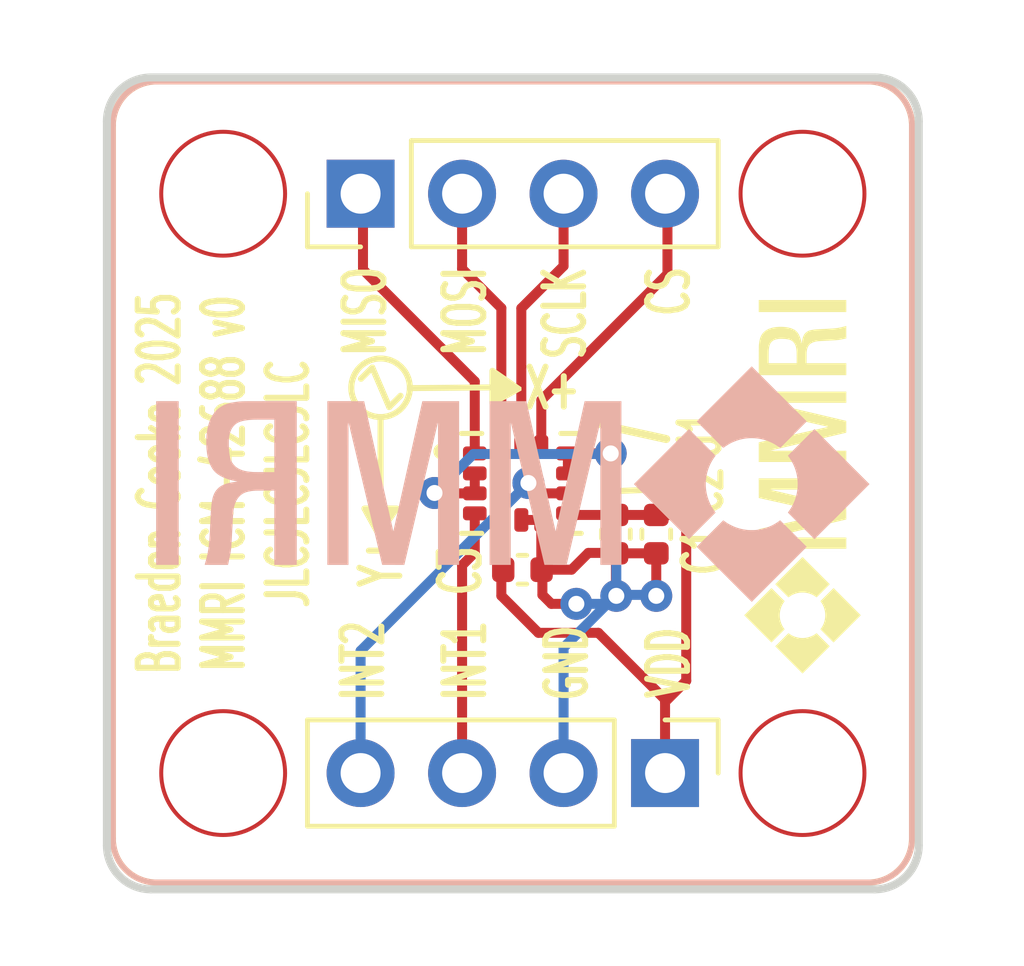
<source format=kicad_pcb>
(kicad_pcb (version 20221018) (generator pcbnew)
  (layers (0 "F.Cu" signal) (31 "B.Cu" signal) (34 "B.Paste" user) (35 "F.Paste" user) (36 "B.SilkS" user "B.Silkscreen") (37 "F.SilkS" user "F.Silkscreen") (38 "B.Mask" user) (39 "F.Mask" user) (44 "Edge.Cuts" user))
  (net 0 "")
  (net 1 "+3.3V")
  (net 2 "GND")
  (net 3 "INT2")
  (net 4 "CS")
  (net 5 "SCLK")
  (net 6 "SDA")
  (net 7 "SDO")
  (net 8 "INT1")
  (footprint "logo:10mm_logo" (layer "F.Cu") (at 167.010347 103.747434 90)
    (fp_text reference "G***")
    (fp_text value "LOGO" hide)
  )
  (footprint "MountingHole:MountingHole_3mm" (layer "F.Cu") (at 167.01 110.91)
    (fp_text reference "H4")
    (fp_text value "MountingHole")
    (pad "" np_thru_hole circle (at 0 0) (size 3 3) (drill 3) (layers "*.Cu" "*.Mask"))
  )
  (footprint "Capacitor_SMD:C_0402_1005Metric" (layer "F.Cu") (at 160 105.82)
    (fp_text reference "C3" (at -1.55 0.03 90) (layer "F.SilkS") (effects (font (size 1 0.6))))
    (fp_text value "10nF")
    (pad "1" smd roundrect (at -0.48 0) (size 0.56 0.62) (layers "F.Cu" "F.Paste" "F.Mask") (net 1 "+3.3V"))
    (pad "2" smd roundrect (at 0.48 0) (size 0.56 0.62) (layers "F.Cu" "F.Paste" "F.Mask") (net 2 "GND"))
  )
  (footprint "MountingHole:MountingHole_3mm" (layer "F.Cu") (at 152.51 110.91)
    (fp_text reference "H3")
    (fp_text value "MountingHole")
    (pad "" np_thru_hole circle (at 0 0) (size 3 3) (drill 3) (layers "*.Cu" "*.Mask"))
  )
  (footprint "MountingHole:MountingHole_3mm" (layer "F.Cu") (at 167.01 96.41)
    (fp_text reference "H2")
    (fp_text value "MountingHole")
    (pad "" np_thru_hole circle (at 0 0) (size 3 3) (drill 3) (layers "*.Cu" "*.Mask"))
  )
  (footprint "Capacitor_SMD:C_0402_1005Metric" (layer "F.Cu") (at 162.34 104.93 -90)
    (fp_text reference "C2" (at -1.08 -2.16 -90) (layer "F.SilkS") (effects (font (size 1 0.6))))
    (fp_text value "2.2uF")
    (pad "1" smd roundrect (at -0.48 0 270) (size 0.56 0.62) (layers "F.Cu" "F.Paste" "F.Mask") (net 1 "+3.3V"))
    (pad "2" smd roundrect (at 0.48 0 270) (size 0.56 0.62) (layers "F.Cu" "F.Paste" "F.Mask") (net 2 "GND"))
  )
  (footprint "Connector_PinHeader_2.54mm:PinHeader_1x04_P2.54mm_Vertical" (layer "F.Cu") (at 155.95 96.41 90)
    (fp_text reference "J2")
    (fp_text value "Conn_01x04_Pin")
    (pad "1" thru_hole rect (at 0 0 90) (size 1.7 1.7) (drill 1) (layers "*.Cu" "*.Mask") (net 7 "SDO"))
    (pad "2" thru_hole oval (at 0 2.54 90) (size 1.7 1.7) (drill 1) (layers "*.Cu" "*.Mask") (net 6 "SDA"))
    (pad "3" thru_hole oval (at 0 5.08 90) (size 1.7 1.7) (drill 1) (layers "*.Cu" "*.Mask") (net 5 "SCLK"))
    (pad "4" thru_hole oval (at 0 7.62 90) (size 1.7 1.7) (drill 1) (layers "*.Cu" "*.Mask") (net 4 "CS"))
  )
  (footprint "Connector_PinHeader_2.54mm:PinHeader_1x04_P2.54mm_Vertical" (layer "F.Cu") (at 163.57 110.91 -90)
    (fp_text reference "J1")
    (fp_text value "Conn_01x04_Pin")
    (pad "1" thru_hole rect (at 0 0 270) (size 1.7 1.7) (drill 1) (layers "*.Cu" "*.Mask") (net 1 "+3.3V"))
    (pad "2" thru_hole oval (at 0 2.54 270) (size 1.7 1.7) (drill 1) (layers "*.Cu" "*.Mask") (net 2 "GND"))
    (pad "3" thru_hole oval (at 0 5.08 270) (size 1.7 1.7) (drill 1) (layers "*.Cu" "*.Mask") (net 8 "INT1"))
    (pad "4" thru_hole oval (at 0 7.62 270) (size 1.7 1.7) (drill 1) (layers "*.Cu" "*.Mask") (net 3 "INT2"))
  )
  (footprint "MountingHole:MountingHole_3mm" (layer "F.Cu") (at 152.51 96.41)
    (fp_text reference "H1")
    (fp_text value "MountingHole")
    (pad "" np_thru_hole circle (at 0 0) (size 3 3) (drill 3) (layers "*.Cu" "*.Mask"))
  )
  (footprint "Capacitor_SMD:C_0402_1005Metric" (layer "F.Cu") (at 163.35 104.93 -90)
    (fp_text reference "C1" (at 0.42 -1.2 90) (layer "F.SilkS") (effects (font (size 1 0.6))))
    (fp_text value ".1uF")
    (pad "1" smd roundrect (at -0.48 0 270) (size 0.56 0.62) (layers "F.Cu" "F.Paste" "F.Mask") (net 1 "+3.3V"))
    (pad "2" smd roundrect (at 0.48 0 270) (size 0.56 0.62) (layers "F.Cu" "F.Paste" "F.Mask") (net 2 "GND"))
  )
  (footprint "ICM-42688-P:PQFN50P300X250X97-14N" (layer "F.Cu") (at 159.9725 103.66)
    (fp_text reference "U1" (at 4.4775 -1.21 90) (layer "F.SilkS") (effects (font (size 1 0.6))))
    (fp_text value "ICM-42688-P")
    (pad "1" smd roundrect (at -1.165 -0.75) (size 0.59 0.35) (layers "F.Cu" "F.Paste") (net 7 "SDO"))
    (pad "2" smd roundrect (at -1.165 -0.25) (size 0.59 0.35) (layers "F.Cu" "F.Paste") (net 2 "GND"))
    (pad "3" smd roundrect (at -1.165 0.25) (size 0.59 0.35) (layers "F.Cu" "F.Paste") (net 2 "GND"))
    (pad "4" smd roundrect (at -1.165 0.75) (size 0.59 0.35) (layers "F.Cu" "F.Paste") (net 8 "INT1"))
    (pad "5" smd roundrect (at -0.5 0.915) (size 0.35 0.59) (layers "F.Cu" "F.Paste") (net 1 "+3.3V"))
    (pad "6" smd roundrect (at 0 0.915) (size 0.35 0.59) (layers "F.Cu" "F.Paste") (net 2 "GND"))
    (pad "7" smd roundrect (at 0.5 0.915) (size 0.35 0.59) (layers "F.Cu" "F.Paste") (net 2 "GND"))
    (pad "8" smd roundrect (at 1.165 0.75) (size 0.59 0.35) (layers "F.Cu" "F.Paste") (net 1 "+3.3V"))
    (pad "9" smd roundrect (at 1.165 0.25) (size 0.59 0.35) (layers "F.Cu" "F.Paste") (net 3 "INT2"))
    (pad "10" smd roundrect (at 1.165 -0.25) (size 0.59 0.35) (layers "F.Cu" "F.Paste") (net 2 "GND"))
    (pad "11" smd roundrect (at 1.165 -0.75) (size 0.59 0.35) (layers "F.Cu" "F.Paste") (net 2 "GND"))
    (pad "12" smd roundrect (at 0.5 -0.915) (size 0.35 0.59) (layers "F.Cu" "F.Paste") (net 4 "CS"))
    (pad "13" smd roundrect (at 0 -0.915) (size 0.35 0.59) (layers "F.Cu" "F.Paste") (net 5 "SCLK"))
    (pad "14" smd roundrect (at -0.5 -0.915) (size 0.35 0.59) (layers "F.Cu" "F.Paste") (net 6 "SDA"))
  )
  (footprint "logo:logo, .75" (layer "B.Cu") (at 159.731793 103.65 180)
    (fp_text reference "G***" hide)
    (fp_text value "LOGO" hide)
  )
  (gr_circle (center 152.51 110.91) (end 154.01 110.91) (stroke (width 0.2)) (fill none) (layer "F.Cu"))
  (gr_circle (center 152.51 96.41) (end 154.01 96.41) (stroke (width 0.2)) (fill none) (layer "F.Cu"))
  (gr_circle (center 167.01 110.91) (end 168.51 110.91) (stroke (width 0.2)) (fill none) (layer "F.Cu"))
  (gr_circle (center 167.01 96.41) (end 168.51 96.41) (stroke (width 0.2)) (fill none) (layer "F.Cu"))
  (gr_arc (start 150.85 113.65) (mid 150.072183 113.327817) (end 149.75 112.55) (stroke (width 0.15)) (layer "B.SilkS"))
  (gr_arc (start 168.65 93.6) (mid 169.427817 93.922183) (end 169.75 94.7) (stroke (width 0.15)) (layer "B.SilkS"))
  (gr_arc (start 169.75 112.55) (mid 169.427817 113.327817) (end 168.65 113.65) (stroke (width 0.15)) (layer "B.SilkS"))
  (gr_line (start 168.65 113.65) (end 150.85 113.65) (stroke (width 0.15)) (layer "B.SilkS"))
  (gr_line (start 150.85 93.6) (end 168.65 93.6) (stroke (width 0.15)) (layer "B.SilkS"))
  (gr_line (start 149.75 112.55) (end 149.75 94.7) (stroke (width 0.15)) (layer "B.SilkS"))
  (gr_arc (start 149.75 94.7) (mid 150.072183 93.922183) (end 150.85 93.6) (stroke (width 0.15)) (layer "B.SilkS"))
  (gr_line (start 169.75 94.7) (end 169.75 112.55) (stroke (width 0.15)) (layer "B.SilkS"))
  (gr_poly (pts (xy 156.854013 104.288722) (xy 156.404013 104.938722) (xy 156.045987 104.288722)) (stroke (width 0.15)) (fill solid) (layer "F.SilkS"))
  (gr_arc (start 169.75 112.55) (mid 169.427817 113.327817) (end 168.65 113.65) (stroke (width 0.15)) (layer "F.SilkS"))
  (gr_line (start 156.45 104.25) (end 156.45 102) (stroke (width 0.15)) (layer "F.SilkS"))
  (gr_line (start 168.65 113.65) (end 150.85 113.65) (stroke (width 0.15)) (layer "F.SilkS"))
  (gr_line (start 149.75 112.55) (end 149.75 94.7) (stroke (width 0.15)) (layer "F.SilkS"))
  (gr_line (start 163.7 103.8) (end 162.4 103.85) (stroke (width 0.15)) (layer "F.SilkS"))
  (gr_line (start 150.85 93.6) (end 168.65 93.6) (stroke (width 0.15)) (layer "F.SilkS"))
  (gr_arc (start 150.85 113.65) (mid 150.072183 113.327817) (end 149.75 112.55) (stroke (width 0.15)) (layer "F.SilkS"))
  (gr_line (start 169.75 94.7) (end 169.75 112.55) (stroke (width 0.15)) (layer "F.SilkS"))
  (gr_arc (start 149.75 94.7) (mid 150.072183 93.922183) (end 150.85 93.6) (stroke (width 0.15)) (layer "F.SilkS"))
  (gr_poly (pts (xy 159.25 100.841974) (xy 159.9 101.291974) (xy 159.25 101.65)) (stroke (width 0.15)) (fill solid) (layer "F.SilkS"))
  (gr_arc (start 168.65 93.6) (mid 169.427817 93.922183) (end 169.75 94.7) (stroke (width 0.15)) (layer "F.SilkS"))
  (gr_line (start 163.6 102.55) (end 162 102.2) (stroke (width 0.2)) (layer "F.SilkS"))
  (gr_circle (center 156.45 101.266974) (end 157 101.751564) (stroke (width 0.15)) (fill none) (layer "F.SilkS"))
  (gr_line (start 159.2 101.258487) (end 157.183026 101.275461) (stroke (width 0.15)) (layer "F.SilkS"))
  (gr_arc (start 169.92 112.72) (mid 169.597817 113.497817) (end 168.82 113.82) (stroke (width 0.2)) (layer "Edge.Cuts"))
  (gr_arc (start 150.7 113.82) (mid 149.922183 113.497817) (end 149.6 112.72) (stroke (width 0.2)) (layer "Edge.Cuts"))
  (gr_line (start 150.7 93.5) (end 168.82 93.5) (stroke (width 0.2)) (layer "Edge.Cuts"))
  (gr_line (start 149.6 112.72) (end 149.6 94.6) (stroke (width 0.2)) (layer "Edge.Cuts"))
  (gr_arc (start 149.6 94.6) (mid 149.922183 93.822183) (end 150.7 93.5) (stroke (width 0.2)) (layer "Edge.Cuts"))
  (gr_arc (start 168.82 93.5) (mid 169.597817 93.822183) (end 169.92 94.6) (stroke (width 0.2)) (layer "Edge.Cuts"))
  (gr_line (start 168.82 113.82) (end 150.7 113.82) (stroke (width 0.2)) (layer "Edge.Cuts"))
  (gr_line (start 169.92 94.6) (end 169.92 112.72) (stroke (width 0.2)) (layer "Edge.Cuts"))
  (gr_text "CS" (at 164.25 98.857143 90) (layer "F.SilkS") (effects (font (size 1 0.6) (thickness 0.15) bold) (justify bottom)))
  (gr_text "Y+" (at 157.05 105.6 90) (layer "F.SilkS") (effects (font (size 1 0.6) (thickness 0.15) bold) (justify bottom)))
  (gr_text "X+" (at 160.75 101.868724) (layer "F.SilkS") (effects (font (size 1 0.6) (thickness 0.15) bold) (justify bottom)))
  (gr_text "INT1\n" (at 159.15 108.1 90) (layer "F.SilkS") (effects (font (size 1 0.6) (thickness 0.15) bold) (justify bottom)))
  (gr_text "MISO" (at 156.65 99.357142 90) (layer "F.SilkS") (effects (font (size 1 0.6) (thickness 0.15) bold) (justify bottom)))
  (gr_text "MOSI" (at 159.15 99.357142 90) (layer "F.SilkS") (effects (font (size 1 0.6) (thickness 0.15) bold) (justify bottom)))
  (gr_text "Braeden Cooke 2025\nMMRI ICM-42688 v0\nJLCJLCJLCJLC" (at 154.72175 103.66 90) (layer "F.SilkS") (effects (font (size 1 0.6) (thickness 0.15) bold) (justify bottom)))
  (gr_text "VDD" (at 164.25 108.15 90) (layer "F.SilkS") (effects (font (size 1 0.6) (thickness 0.15) bold) (justify bottom)))
  (gr_text "INT2\n" (at 156.6 108.1 90) (layer "F.SilkS") (effects (font (size 1 0.6) (thickness 0.15) bold) (justify bottom)))
  (gr_text "Z" (at 156.9 101.7 45) (layer "F.SilkS") (effects (font (size 1 0.6) (thickness 0.15) bold) (justify bottom)))
  (gr_text "GND" (at 161.7 108.157143 90) (layer "F.SilkS") (effects (font (size 1 0.6) (thickness 0.15) bold) (justify bottom)))
  (gr_text "SCLK" (at 161.65 99.4 90) (layer "F.SilkS") (effects (font (size 1 0.6) (thickness 0.15) bold) (justify bottom)))
  (segment (start 160.4 107.4) (end 161.9 107.4) (width 0.25) (layer "F.Cu") (net 1))
  (segment (start 163.9 104.45) (end 164.1 104.65) (width 0.25) (layer "F.Cu") (net 1))
  (segment (start 159.4725 104.575) (end 159.4725 106.4725) (width 0.25) (layer "F.Cu") (net 1))
  (segment (start 161.2325 104.45) (end 163.9 104.45) (width 0.25) (layer "F.Cu") (net 1))
  (segment (start 161.9 107.4) (end 163.57 109.07) (width 0.25) (layer "F.Cu") (net 1))
  (segment (start 164.1 108.6) (end 163.57 109.13) (width 0.25) (layer "F.Cu") (net 1))
  (segment (start 164.1 104.65) (end 164.1 108.6) (width 0.25) (layer "F.Cu") (net 1))
  (segment (start 163.57 109.07) (end 163.57 109.13) (width 0.25) (layer "F.Cu") (net 1))
  (segment (start 163.57 109.13) (end 163.57 110.91) (width 0.25) (layer "F.Cu") (net 1))
  (segment (start 159.4725 106.4725) (end 160.4 107.4) (width 0.25) (layer "F.Cu") (net 1))
  (segment (start 161.65 105.4) (end 161.23 105.82) (width 0.25) (layer "F.Cu") (net 2))
  (segment (start 163.31 105.41) (end 163.35 105.45) (width 0.25) (layer "F.Cu") (net 2))
  (segment (start 160.5225 105.7975) (end 160.5 105.82) (width 0.25) (layer "F.Cu") (net 2))
  (segment (start 158.8075 103.91) (end 157.81 103.91) (width 0.25) (layer "F.Cu") (net 2))
  (segment (start 159.9725 104.575) (end 160.4725 104.575) (width 0.25) (layer "F.Cu") (net 2))
  (segment (start 161.1375 102.91) (end 161.1375 103.41) (width 0.25) (layer "F.Cu") (net 2))
  (segment (start 160.725 106.675) (end 160.5 106.45) (width 0.25) (layer "F.Cu") (net 2))
  (segment (start 162.35 106.45) (end 162.34 106.44) (width 0.25) (layer "F.Cu") (net 2))
  (segment (start 163.35 105.45) (end 163.35 106.475) (width 0.25) (layer "F.Cu") (net 2))
  (segment (start 162.34 106.44) (end 162.34 105.4) (width 0.25) (layer "F.Cu") (net 2))
  (segment (start 157.81 103.91) (end 157.8 103.9) (width 0.25) (layer "F.Cu") (net 2))
  (segment (start 161.35 106.675) (end 160.725 106.675) (width 0.25) (layer "F.Cu") (net 2))
  (segment (start 162.34 105.4) (end 161.65 105.4) (width 0.25) (layer "F.Cu") (net 2))
  (segment (start 162.21 102.91) (end 161.1375 102.91) (width 0.25) (layer "F.Cu") (net 2))
  (segment (start 160.4725 104.575) (end 160.4725 105.7925) (width 0.25) (layer "F.Cu") (net 2))
  (segment (start 162.34 105.41) (end 163.31 105.41) (width 0.25) (layer "F.Cu") (net 2))
  (segment (start 158.8075 103.41) (end 158.8075 103.91) (width 0.25) (layer "F.Cu") (net 2))
  (segment (start 160.5 106.45) (end 160.5 105.82) (width 0.25) (layer "F.Cu") (net 2))
  (segment (start 160.4725 105.7925) (end 160.5 105.82) (width 0.25) (layer "F.Cu") (net 2))
  (segment (start 161.23 105.82) (end 160.5 105.82) (width 0.25) (layer "F.Cu") (net 2))
  (via (at 161.35 106.675) (size 0.8) (drill 0.4) (layers "F.Cu" "B.Cu") (net 2))
  (via (at 162.35 106.475) (size 0.8) (drill 0.4) (layers "F.Cu" "B.Cu") (net 2))
  (via (at 157.8 103.9) (size 0.8) (drill 0.4) (layers "F.Cu" "B.Cu") (net 2))
  (via (at 163.35 106.475) (size 0.8) (drill 0.4) (layers "F.Cu" "B.Cu") (net 2))
  (via (at 162.21 102.91) (size 0.8) (drill 0.4) (layers "F.Cu" "B.Cu") (net 2))
  (segment (start 161.03 110.91) (end 161.03 107.77) (width 0.25) (layer "B.Cu") (net 2))
  (segment (start 158.775 102.925) (end 162.195 102.925) (width 0.25) (layer "B.Cu") (net 2))
  (segment (start 162.35 103.05) (end 162.35 106.475) (width 0.25) (layer "B.Cu") (net 2))
  (segment (start 162.21 102.91) (end 162.35 103.05) (width 0.25) (layer "B.Cu") (net 2))
  (segment (start 161.35 106.675) (end 162.15 106.675) (width 0.25) (layer "B.Cu") (net 2))
  (segment (start 162.15 106.675) (end 162.35 106.475) (width 0.25) (layer "B.Cu") (net 2))
  (segment (start 162.12 103) (end 162.21 102.91) (width 0.25) (layer "B.Cu") (net 2))
  (segment (start 163.325 106.45) (end 163.35 106.475) (width 0.25) (layer "B.Cu") (net 2))
  (segment (start 157.8 103.9) (end 158.775 102.925) (width 0.25) (layer "B.Cu") (net 2))
  (segment (start 161.05 111.43) (end 161.07 111.45) (width 0.25) (layer "B.Cu") (net 2))
  (segment (start 162.35 106.475) (end 162.35 106.45) (width 0.25) (layer "B.Cu") (net 2))
  (segment (start 161.03 107.77) (end 162.35 106.45) (width 0.25) (layer "B.Cu") (net 2))
  (segment (start 162.195 102.925) (end 162.21 102.91) (width 0.25) (layer "B.Cu") (net 2))
  (segment (start 162.35 106.45) (end 163.325 106.45) (width 0.25) (layer "B.Cu") (net 2))
  (segment (start 162.125 106.675) (end 162.35 106.45) (width 0.25) (layer "B.Cu") (net 2))
  (segment (start 160.41 103.91) (end 160.15 103.65) (width 0.25) (layer "F.Cu") (net 3))
  (segment (start 161.1375 103.91) (end 160.41 103.91) (width 0.25) (layer "F.Cu") (net 3))
  (via (at 160.15 103.65) (size 0.8) (drill 0.4) (layers "F.Cu" "B.Cu") (net 3))
  (segment (start 155.95 110.91) (end 155.95 107.85) (width 0.25) (layer "B.Cu") (net 3))
  (segment (start 155.95 110.91) (end 155.99 110.95) (width 0.25) (layer "B.Cu") (net 3))
  (segment (start 160.15 103.65) (end 155.95 107.85) (width 0.25) (layer "B.Cu") (net 3))
  (segment (start 155.99 110.95) (end 155.99 111.45) (width 0.25) (layer "B.Cu") (net 3))
  (segment (start 160.4725 102.745) (end 160.4725 101.5775) (width 0.25) (layer "F.Cu") (net 4))
  (segment (start 160.4725 101.5775) (end 163.63 98.42) (width 0.25) (layer "F.Cu") (net 4))
  (segment (start 163.63 98.42) (end 163.63 96.05) (width 0.25) (layer "F.Cu") (net 4))
  (segment (start 161.03 96.41) (end 161.03 98.22) (width 0.25) (layer "F.Cu") (net 5))
  (segment (start 161.03 98.22) (end 159.9725 99.2775) (width 0.25) (layer "F.Cu") (net 5))
  (segment (start 161.09 96.05) (end 161.15 96.11) (width 0.25) (layer "F.Cu") (net 5))
  (segment (start 159.9725 99.2775) (end 159.9725 102.745) (width 0.25) (layer "F.Cu") (net 5))
  (segment (start 158.55 96.05) (end 158.49 96.11) (width 0.25) (layer "F.Cu") (net 6))
  (segment (start 159.4725 99.2725) (end 159.4725 102.745) (width 0.25) (layer "F.Cu") (net 6))
  (segment (start 158.49 98.29) (end 159.4725 99.2725) (width 0.25) (layer "F.Cu") (net 6))
  (segment (start 158.49 96.41) (end 158.49 98.29) (width 0.25) (layer "F.Cu") (net 6))
  (segment (start 158.8075 101.1075) (end 158.8075 102.91) (width 0.25) (layer "F.Cu") (net 7))
  (segment (start 156.01 96.05) (end 156.01 98.31) (width 0.25) (layer "F.Cu") (net 7))
  (segment (start 156.01 98.31) (end 158.8075 101.1075) (width 0.25) (layer "F.Cu") (net 7))
  (segment (start 158.8075 105.3925) (end 158.8075 104.41) (width 0.25) (layer "F.Cu") (net 8))
  (segment (start 158.49 105.71) (end 158.8075 105.3925) (width 0.25) (layer "F.Cu") (net 8))
  (segment (start 158.49 110.91) (end 158.49 105.71) (width 0.25) (layer "F.Cu") (net 8))
)
</source>
